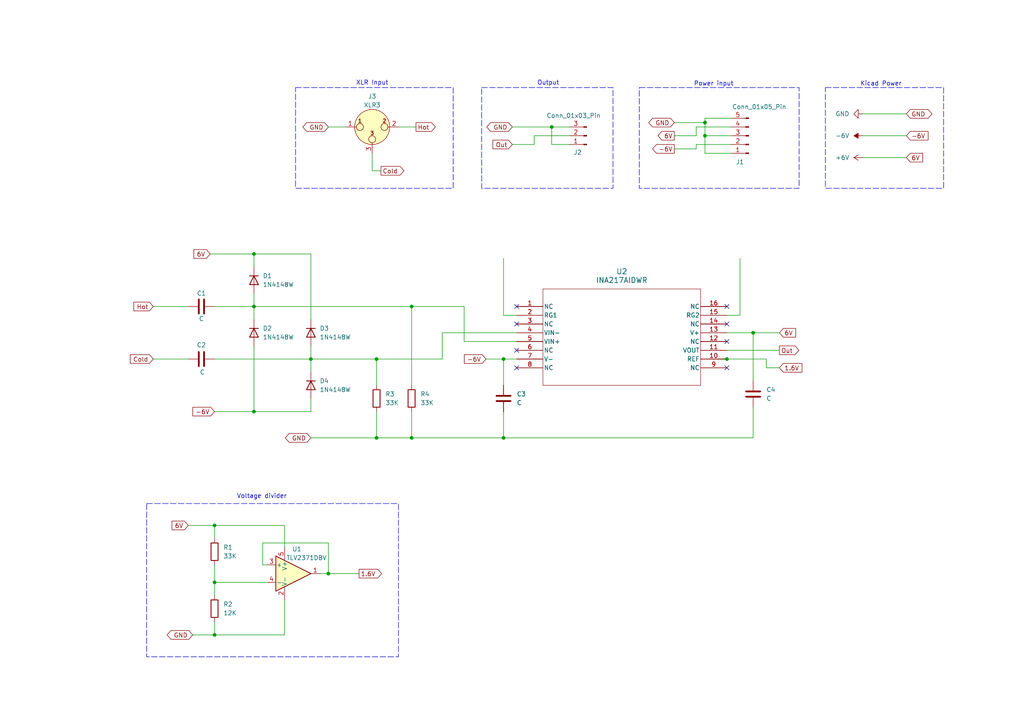
<source format=kicad_sch>
(kicad_sch (version 20250114) (generator "eeschema") (generator_version "9.0")
  (paper "A4")
  (title_block (title "Mic PreAmp") (date "2025-05-07") (rev "0.1") (company "Sounds Like Tim"))
  (lib_symbols
    (symbol "Amplifier_Operational:TLV2371DBV" (pin_names (offset 0.127))
      (property "Reference" "U" (at -1.27 6.35 0))
      (property "Value" "TLV2371DBV" (at -1.27 3.81 0))
      (symbol "TLV2371DBV_0_1"
        (polyline (pts (xy -5.08 5.08) (xy 5.08 0) (xy -5.08 -5.08) (xy -5.08 5.08)) (stroke (width 0.254)) (fill (type background)))
        (pin power_in line (at -2.54 7.62 270) (length 3.81) (name "V+") (number "5"))
        (pin power_in line (at -2.54 -7.62 90) (length 3.81) (name "V-") (number "2"))
      )
      (symbol "TLV2371DBV_1_1"
        (pin input line (at -7.62 2.54 0) (length 2.54) (name "+") (number "3"))
        (pin input line (at -7.62 -2.54 0) (length 2.54) (name "-") (number "4"))
        (pin output line (at 7.62 0 180) (length 2.54) (name "~") (number "1"))
      )
    )
    (symbol "Connector:Conn_01x03_Pin" (pin_names (offset 1.016) (hide yes))
      (property "Reference" "J" (at 0 5.08 0))
      (property "Value" "Conn_01x03_Pin" (at 0 -5.08 0))
      (symbol "Conn_01x03_Pin_1_1"
        (rectangle (start 0.8636 2.667) (end 0 2.413) (stroke (width 0.1524)) (fill (type outline)))
        (rectangle (start 0.8636 0.127) (end 0 -0.127) (stroke (width 0.1524)) (fill (type outline)))
        (rectangle (start 0.8636 -2.413) (end 0 -2.667) (stroke (width 0.1524)) (fill (type outline)))
        (polyline (pts (xy 1.27 2.54) (xy 0.8636 2.54)) (stroke (width 0.1524)))
        (polyline (pts (xy 1.27 0) (xy 0.8636 0)) (stroke (width 0.1524)))
        (polyline (pts (xy 1.27 -2.54) (xy 0.8636 -2.54)) (stroke (width 0.1524)))
        (pin passive line (at 5.08 2.54 180) (length 3.81) (name "Pin_1") (number "1"))
        (pin passive line (at 5.08 0 180) (length 3.81) (name "Pin_2") (number "2"))
        (pin passive line (at 5.08 -2.54 180) (length 3.81) (name "Pin_3") (number "3"))
      )
    )
    (symbol "Connector:Conn_01x05_Pin" (pin_names (offset 1.016) (hide yes))
      (property "Reference" "J" (at 0 7.62 0))
      (property "Value" "Conn_01x05_Pin" (at 0 -7.62 0))
      (symbol "Conn_01x05_Pin_1_1"
        (rectangle (start 0.8636 5.207) (end 0 4.953) (stroke (width 0.1524)) (fill (type outline)))
        (rectangle (start 0.8636 2.667) (end 0 2.413) (stroke (width 0.1524)) (fill (type outline)))
        (rectangle (start 0.8636 0.127) (end 0 -0.127) (stroke (width 0.1524)) (fill (type outline)))
        (rectangle (start 0.8636 -2.413) (end 0 -2.667) (stroke (width 0.1524)) (fill (type outline)))
        (rectangle (start 0.8636 -4.953) (end 0 -5.207) (stroke (width 0.1524)) (fill (type outline)))
        (polyline (pts (xy 1.27 5.08) (xy 0.8636 5.08)) (stroke (width 0.1524)))
        (polyline (pts (xy 1.27 2.54) (xy 0.8636 2.54)) (stroke (width 0.1524)))
        (polyline (pts (xy 1.27 0) (xy 0.8636 0)) (stroke (width 0.1524)))
        (polyline (pts (xy 1.27 -2.54) (xy 0.8636 -2.54)) (stroke (width 0.1524)))
        (polyline (pts (xy 1.27 -5.08) (xy 0.8636 -5.08)) (stroke (width 0.1524)))
        (pin passive line (at 5.08 5.08 180) (length 3.81) (name "Pin_1") (number "1"))
        (pin passive line (at 5.08 2.54 180) (length 3.81) (name "Pin_2") (number "2"))
        (pin passive line (at 5.08 0 180) (length 3.81) (name "Pin_3") (number "3"))
        (pin passive line (at 5.08 -2.54 180) (length 3.81) (name "Pin_4") (number "4"))
        (pin passive line (at 5.08 -5.08 180) (length 3.81) (name "Pin_5") (number "5"))
      )
    )
    (symbol "Connector_Audio:XLR3" (pin_names (hide yes))
      (property "Reference" "J" (at 0 8.89 0))
      (property "Value" "XLR3" (at 0 6.35 0))
      (symbol "XLR3_0_1"
        (polyline (pts (xy -5.08 0) (xy -4.572 0)))
        (circle (center -3.556 0) (radius 1.016))
        (circle (center 0 0) (radius 5.08) (fill (type background)))
        (circle (center 0 -3.556) (radius 1.016))
        (polyline (pts (xy 0 -5.08) (xy 0 -4.572)))
        (circle (center 3.556 0) (radius 1.016))
        (polyline (pts (xy 5.08 0) (xy 4.572 0)))
        (text "1" (at -3.556 1.778 0) (effects (font (size 1.016 1.016) (bold yes))))
        (text "3" (at 0 -1.778 0) (effects (font (size 1.016 1.016) (bold yes))))
        (text "2" (at 3.556 1.778 0) (effects (font (size 1.016 1.016) (bold yes))))
        (pin passive line (at -7.62 0 0) (length 2.54) (name "~") (number "1"))
        (pin passive line (at 0 -7.62 90) (length 2.54) (name "~") (number "3"))
        (pin passive line (at 7.62 0 180) (length 2.54) (name "~") (number "2"))
      )
    )
    (symbol "Device:C" (pin_numbers (hide yes)) (pin_names (offset 0.254))
      (property "Reference" "C" (at 0.635 2.54 0))
      (property "Value" "C" (at 0.635 -2.54 0))
      (symbol "C_0_1"
        (polyline (pts (xy -2.032 0.762) (xy 2.032 0.762)) (stroke (width 0.508)))
        (polyline (pts (xy -2.032 -0.762) (xy 2.032 -0.762)) (stroke (width 0.508)))
      )
      (symbol "C_1_1"
        (pin passive line (at 0 3.81 270) (length 2.794) (name "~") (number "1"))
        (pin passive line (at 0 -3.81 90) (length 2.794) (name "~") (number "2"))
      )
    )
    (symbol "Device:R" (pin_numbers (hide yes)) (pin_names (offset 0))
      (property "Reference" "R" (at 2.032 0 90))
      (property "Value" "R" (at 0 0 90))
      (symbol "R_0_1"
        (rectangle (start -1.016 -2.54) (end 1.016 2.54) (stroke (width 0.254)))
      )
      (symbol "R_1_1"
        (pin passive line (at 0 3.81 270) (length 1.27) (name "~") (number "1"))
        (pin passive line (at 0 -3.81 90) (length 1.27) (name "~") (number "2"))
      )
    )
    (symbol "Diode:1N4148W" (pin_numbers (hide yes)) (pin_names (hide yes))
      (property "Reference" "D" (at 0 2.54 0))
      (property "Value" "1N4148W" (at 0 -2.54 0))
      (symbol "1N4148W_0_1"
        (polyline (pts (xy -1.27 1.27) (xy -1.27 -1.27)) (stroke (width 0.254)))
        (polyline (pts (xy 1.27 1.27) (xy 1.27 -1.27) (xy -1.27 0) (xy 1.27 1.27)) (stroke (width 0.254)))
        (polyline (pts (xy 1.27 0) (xy -1.27 0)))
      )
      (symbol "1N4148W_1_1"
        (pin passive line (at -3.81 0 0) (length 2.54) (name "K") (number "1"))
        (pin passive line (at 3.81 0 180) (length 2.54) (name "A") (number "2"))
      )
    )
    (symbol "INA217:INA217AIDWR" (pin_names (offset 0.254))
      (property "Reference" "U" (at 30.48 10.16 0))
      (property "Value" "INA217AIDWR" (at 30.48 7.62 0))
      (symbol "INA217AIDWR_0_1"
        (polyline (pts (xy 7.62 5.08) (xy 7.62 -22.86)) (stroke (width 0.127)))
        (polyline (pts (xy 7.62 -22.86) (xy 53.34 -22.86)) (stroke (width 0.127)))
        (polyline (pts (xy 53.34 5.08) (xy 7.62 5.08)) (stroke (width 0.127)))
        (polyline (pts (xy 53.34 -22.86) (xy 53.34 5.08)) (stroke (width 0.127)))
        (pin unspecified line (at 0 0 0) (length 7.62) (name "NC") (number "1"))
        (pin unspecified line (at 0 -2.54 0) (length 7.62) (name "RG1") (number "2"))
        (pin unspecified line (at 0 -5.08 0) (length 7.62) (name "NC") (number "3"))
        (pin input line (at 0 -7.62 0) (length 7.62) (name "VIN-") (number "4"))
        (pin input line (at 0 -10.16 0) (length 7.62) (name "VIN+") (number "5"))
        (pin unspecified line (at 0 -12.7 0) (length 7.62) (name "NC") (number "6"))
        (pin power_in line (at 0 -15.24 0) (length 7.62) (name "V-") (number "7"))
        (pin unspecified line (at 0 -17.78 0) (length 7.62) (name "NC") (number "8"))
        (pin unspecified line (at 60.96 0 180) (length 7.62) (name "NC") (number "16"))
        (pin unspecified line (at 60.96 -2.54 180) (length 7.62) (name "RG2") (number "15"))
        (pin unspecified line (at 60.96 -5.08 180) (length 7.62) (name "NC") (number "14"))
        (pin power_in line (at 60.96 -7.62 180) (length 7.62) (name "V+") (number "13"))
        (pin unspecified line (at 60.96 -10.16 180) (length 7.62) (name "NC") (number "12"))
        (pin output line (at 60.96 -12.7 180) (length 7.62) (name "VOUT") (number "11"))
        (pin power_in line (at 60.96 -15.24 180) (length 7.62) (name "REF") (number "10"))
        (pin unspecified line (at 60.96 -17.78 180) (length 7.62) (name "NC") (number "9"))
      )
    )
    (symbol "power:+6V" (power) (pin_numbers (hide yes)) (pin_names (offset 0) (hide yes))
      (property "Value" "+6V" (at 0 3.556 0))
      (symbol "+6V_0_1"
        (polyline (pts (xy -0.762 1.27) (xy 0 2.54)))
        (polyline (pts (xy 0 2.54) (xy 0.762 1.27)))
        (polyline (pts (xy 0 0) (xy 0 2.54)))
      )
      (symbol "+6V_1_1"
        (pin power_in line (at 0 0 90) (length 0) (name "~") (number "1"))
      )
    )
    (symbol "power:-6V" (power) (pin_numbers (hide yes)) (pin_names (offset 0) (hide yes))
      (property "Value" "-6V" (at 0 3.556 0))
      (symbol "-6V_0_0"
        (pin power_in line (at 0 0 90) (length 0) (name "~") (number "1"))
      )
      (symbol "-6V_0_1"
        (polyline (pts (xy 0 0) (xy 0 1.27) (xy 0.762 1.27) (xy 0 2.54) (xy -0.762 1.27) (xy 0 1.27)) (fill (type outline)))
      )
    )
    (symbol "power:GND" (power) (pin_numbers (hide yes)) (pin_names (offset 0) (hide yes))
      (property "Value" "GND" (at 0 -3.81 0))
      (symbol "GND_0_1"
        (polyline (pts (xy 0 0) (xy 0 -1.27) (xy 1.27 -1.27) (xy 0 -2.54) (xy -1.27 -1.27) (xy 0 -1.27)))
      )
      (symbol "GND_1_1"
        (pin power_in line (at 0 0 270) (length 0) (name "~") (number "1"))
      )
    )
  )
  (rectangle (start 42.545 146.05) (end 115.57 190.5) (stroke (width 0) (type dash)))
  (rectangle (start 239.395 25.4) (end 273.685 54.61) (stroke (width 0) (type dash)))
  (rectangle (start 139.7 25.4) (end 177.8 54.61) (stroke (width 0) (type dash)))
  (rectangle (start 185.42 25.4) (end 231.775 54.61) (stroke (width 0) (type dash)))
  (rectangle (start 85.725 25.4) (end 131.445 54.61) (stroke (width 0) (type dash)))
  (text "XLR Input\n" (at 107.95 24.13 0) (effects (font (size 1.27 1.27))))
  (text "Voltage divider" (at 75.946 144.018 0) (effects (font (size 1.27 1.27))))
  (text "Kicad Power" (at 255.524 24.384 0) (effects (font (size 1.27 1.27))))
  (text "Power input" (at 207.01 24.384 0) (effects (font (size 1.27 1.27))))
  (text "Output" (at 159.004 24.13 0) (effects (font (size 1.27 1.27))))
  (junction (at 119.38 127))
  (junction (at 109.22 127))
  (junction (at 73.66 88.9))
  (junction (at 62.23 152.4))
  (junction (at 73.66 119.38))
  (junction (at 95.25 166.37))
  (junction (at 204.47 35.56))
  (junction (at 146.05 127))
  (junction (at 90.17 104.14))
  (junction (at 73.66 73.66))
  (junction (at 109.22 104.14))
  (junction (at 210.82 104.14))
  (junction (at 119.38 88.9))
  (junction (at 62.23 168.91))
  (junction (at 204.47 39.37))
  (junction (at 160.02 36.83))
  (junction (at 218.44 96.52))
  (junction (at 62.23 184.15))
  (junction (at 146.05 104.14))
  (no_connect (at 210.82 106.68))
  (no_connect (at 210.82 99.06))
  (no_connect (at 149.86 101.6))
  (no_connect (at 149.86 93.98))
  (no_connect (at 149.86 106.68))
  (no_connect (at 149.86 88.9))
  (no_connect (at 210.82 88.9))
  (no_connect (at 210.82 93.98))
  (wire (pts (xy 146.05 91.44) (xy 146.05 74.93)))
  (wire (pts (xy 201.93 43.18) (xy 195.58 43.18)))
  (wire (pts (xy 212.09 39.37) (xy 204.47 39.37)))
  (wire (pts (xy 76.2 163.83) (xy 76.2 157.48)))
  (wire (pts (xy 148.59 41.91) (xy 154.94 41.91)))
  (wire (pts (xy 90.17 119.38) (xy 90.17 115.57)))
  (wire (pts (xy 44.45 88.9) (xy 54.61 88.9)))
  (wire (pts (xy 212.09 36.83) (xy 201.93 36.83)))
  (wire (pts (xy 140.97 104.14) (xy 146.05 104.14)))
  (wire (pts (xy 218.44 96.52) (xy 218.44 110.49)))
  (wire (pts (xy 250.19 39.37) (xy 262.89 39.37)))
  (wire (pts (xy 146.05 119.38) (xy 146.05 127)))
  (wire (pts (xy 119.38 119.38) (xy 119.38 127)))
  (wire (pts (xy 212.09 44.45) (xy 204.47 44.45)))
  (wire (pts (xy 109.22 104.14) (xy 109.22 111.76)))
  (wire (pts (xy 134.62 99.06) (xy 149.86 99.06)))
  (wire (pts (xy 149.86 91.44) (xy 146.05 91.44)))
  (wire (pts (xy 62.23 119.38) (xy 73.66 119.38)))
  (wire (pts (xy 73.66 88.9) (xy 119.38 88.9)))
  (wire (pts (xy 60.96 73.66) (xy 73.66 73.66)))
  (wire (pts (xy 82.55 152.4) (xy 82.55 158.75)))
  (wire (pts (xy 149.86 96.52) (xy 128.27 96.52)))
  (wire (pts (xy 250.19 33.02) (xy 262.89 33.02)))
  (wire (pts (xy 160.02 36.83) (xy 165.1 36.83)))
  (wire (pts (xy 95.25 36.83) (xy 100.33 36.83)))
  (wire (pts (xy 195.58 35.56) (xy 204.47 35.56)))
  (wire (pts (xy 119.38 127) (xy 146.05 127)))
  (wire (pts (xy 165.1 41.91) (xy 160.02 41.91)))
  (wire (pts (xy 201.93 36.83) (xy 201.93 39.37)))
  (wire (pts (xy 62.23 88.9) (xy 73.66 88.9)))
  (wire (pts (xy 119.38 88.9) (xy 119.38 111.76)))
  (wire (pts (xy 62.23 168.91) (xy 77.47 168.91)))
  (wire (pts (xy 54.61 152.4) (xy 62.23 152.4)))
  (wire (pts (xy 73.66 77.47) (xy 73.66 73.66)))
  (wire (pts (xy 154.94 41.91) (xy 154.94 39.37)))
  (wire (pts (xy 204.47 35.56) (xy 204.47 39.37)))
  (wire (pts (xy 107.95 44.45) (xy 107.95 49.53)))
  (wire (pts (xy 154.94 39.37) (xy 165.1 39.37)))
  (wire (pts (xy 214.63 74.93) (xy 214.63 91.44)))
  (wire (pts (xy 90.17 107.95) (xy 90.17 104.14)))
  (wire (pts (xy 119.38 127) (xy 109.22 127)))
  (wire (pts (xy 210.82 91.44) (xy 214.63 91.44)))
  (wire (pts (xy 160.02 36.83) (xy 148.59 36.83)))
  (wire (pts (xy 218.44 96.52) (xy 226.06 96.52)))
  (wire (pts (xy 77.47 163.83) (xy 76.2 163.83)))
  (wire (pts (xy 204.47 39.37) (xy 204.47 44.45)))
  (wire (pts (xy 222.25 106.68) (xy 222.25 104.14)))
  (wire (pts (xy 160.02 41.91) (xy 160.02 36.83)))
  (wire (pts (xy 62.23 152.4) (xy 82.55 152.4)))
  (wire (pts (xy 222.25 106.68) (xy 226.06 106.68)))
  (wire (pts (xy 109.22 127) (xy 90.17 127)))
  (wire (pts (xy 73.66 85.09) (xy 73.66 88.9)))
  (wire (pts (xy 146.05 127) (xy 218.44 127)))
  (wire (pts (xy 208.28 104.14) (xy 210.82 104.14)))
  (wire (pts (xy 62.23 104.14) (xy 90.17 104.14)))
  (wire (pts (xy 62.23 163.83) (xy 62.23 168.91)))
  (wire (pts (xy 204.47 34.29) (xy 212.09 34.29)))
  (wire (pts (xy 82.55 184.15) (xy 82.55 173.99)))
  (wire (pts (xy 107.95 49.53) (xy 110.49 49.53)))
  (wire (pts (xy 210.82 96.52) (xy 218.44 96.52)))
  (wire (pts (xy 128.27 96.52) (xy 128.27 104.14)))
  (wire (pts (xy 90.17 73.66) (xy 90.17 92.71)))
  (wire (pts (xy 73.66 100.33) (xy 73.66 119.38)))
  (wire (pts (xy 73.66 92.71) (xy 73.66 88.9)))
  (wire (pts (xy 55.88 184.15) (xy 62.23 184.15)))
  (wire (pts (xy 62.23 184.15) (xy 82.55 184.15)))
  (wire (pts (xy 62.23 168.91) (xy 62.23 172.72)))
  (wire (pts (xy 90.17 100.33) (xy 90.17 104.14)))
  (wire (pts (xy 76.2 157.48) (xy 95.25 157.48)))
  (wire (pts (xy 62.23 180.34) (xy 62.23 184.15)))
  (wire (pts (xy 250.19 45.72) (xy 262.89 45.72)))
  (wire (pts (xy 95.25 166.37) (xy 104.14 166.37)))
  (wire (pts (xy 218.44 118.11) (xy 218.44 127)))
  (wire (pts (xy 115.57 36.83) (xy 120.65 36.83)))
  (wire (pts (xy 62.23 156.21) (xy 62.23 152.4)))
  (wire (pts (xy 146.05 104.14) (xy 149.86 104.14)))
  (wire (pts (xy 195.58 39.37) (xy 201.93 39.37)))
  (wire (pts (xy 146.05 104.14) (xy 146.05 111.76)))
  (wire (pts (xy 119.38 88.9) (xy 134.62 88.9)))
  (wire (pts (xy 92.71 166.37) (xy 95.25 166.37)))
  (wire (pts (xy 73.66 119.38) (xy 90.17 119.38)))
  (wire (pts (xy 73.66 73.66) (xy 90.17 73.66)))
  (wire (pts (xy 128.27 104.14) (xy 109.22 104.14)))
  (wire (pts (xy 90.17 104.14) (xy 109.22 104.14)))
  (wire (pts (xy 134.62 88.9) (xy 134.62 99.06)))
  (wire (pts (xy 95.25 157.48) (xy 95.25 166.37)))
  (wire (pts (xy 210.82 101.6) (xy 226.06 101.6)))
  (wire (pts (xy 201.93 41.91) (xy 201.93 43.18)))
  (wire (pts (xy 109.22 119.38) (xy 109.22 127)))
  (wire (pts (xy 44.45 104.14) (xy 54.61 104.14)))
  (wire (pts (xy 212.09 41.91) (xy 201.93 41.91)))
  (wire (pts (xy 222.25 104.14) (xy 210.82 104.14)))
  (wire (pts (xy 204.47 35.56) (xy 204.47 34.29)))
  (global_label "GND" (shape bidirectional) (at 148.59 36.83 180) (property "Intersheetrefs" "${INTERSHEET_REFS}" (effects (hide yes))))
  (global_label "Out" (shape output) (at 226.06 101.6 0) (property "Intersheetrefs" "${INTERSHEET_REFS}" (effects (hide yes))))
  (global_label "1.6V" (shape input) (at 226.06 106.68 0) (property "Intersheetrefs" "${INTERSHEET_REFS}" (effects (hide yes))))
  (global_label "Cold" (shape output) (at 110.49 49.53 0) (property "Intersheetrefs" "${INTERSHEET_REFS}" (effects (hide yes))))
  (global_label "-6V" (shape input) (at 62.23 119.38 180) (property "Intersheetrefs" "${INTERSHEET_REFS}" (effects (hide yes))))
  (global_label "6V" (shape input) (at 262.89 45.72 0) (property "Intersheetrefs" "${INTERSHEET_REFS}" (effects (hide yes))))
  (global_label "6V" (shape output) (at 195.58 39.37 180) (property "Intersheetrefs" "${INTERSHEET_REFS}" (effects (hide yes))))
  (global_label "Hot" (shape input) (at 44.45 88.9 180) (property "Intersheetrefs" "${INTERSHEET_REFS}" (effects (hide yes))))
  (global_label "Hot" (shape output) (at 120.65 36.83 0) (property "Intersheetrefs" "${INTERSHEET_REFS}" (effects (hide yes))))
  (global_label "GND" (shape bidirectional) (at 95.25 36.83 180) (property "Intersheetrefs" "${INTERSHEET_REFS}" (effects (hide yes))))
  (global_label "Out" (shape input) (at 148.59 41.91 180) (property "Intersheetrefs" "${INTERSHEET_REFS}" (effects (hide yes))))
  (global_label "Cold" (shape input) (at 44.45 104.14 180) (property "Intersheetrefs" "${INTERSHEET_REFS}" (effects (hide yes))))
  (global_label "-6V" (shape output) (at 195.58 43.18 180) (property "Intersheetrefs" "${INTERSHEET_REFS}" (effects (hide yes))))
  (global_label "1.6V" (shape output) (at 104.14 166.37 0) (property "Intersheetrefs" "${INTERSHEET_REFS}" (effects (hide yes))))
  (global_label "6V" (shape input) (at 54.61 152.4 180) (property "Intersheetrefs" "${INTERSHEET_REFS}" (effects (hide yes))))
  (global_label "6V" (shape input) (at 60.96 73.66 180) (property "Intersheetrefs" "${INTERSHEET_REFS}" (effects (hide yes))))
  (global_label "-6V" (shape input) (at 140.97 104.14 180) (property "Intersheetrefs" "${INTERSHEET_REFS}" (effects (hide yes))))
  (global_label "6V" (shape input) (at 226.06 96.52 0) (property "Intersheetrefs" "${INTERSHEET_REFS}" (effects (hide yes))))
  (global_label "-6V" (shape input) (at 262.89 39.37 0) (property "Intersheetrefs" "${INTERSHEET_REFS}" (effects (hide yes))))
  (global_label "GND" (shape bidirectional) (at 55.88 184.15 180) (property "Intersheetrefs" "${INTERSHEET_REFS}" (effects (hide yes))))
  (global_label "GND" (shape bidirectional) (at 90.17 127 180) (property "Intersheetrefs" "${INTERSHEET_REFS}" (effects (hide yes))))
  (global_label "GND" (shape bidirectional) (at 262.89 33.02 0) (property "Intersheetrefs" "${INTERSHEET_REFS}" (effects (hide yes))))
  (global_label "GND" (shape bidirectional) (at 195.58 35.56 180) (property "Intersheetrefs" "${INTERSHEET_REFS}" (effects (hide yes))))
  (symbol (lib_id "Device:R") (at 62.23 160.02 0) (unit 1)
    (property "Reference" "R1" (at 64.77 158.7499 0) (effects (justify left)))
    (property "Value" "33K" (at 64.77 161.2899 0) (effects (justify left)))
    (property "Description" "Resistor" (effects (hide yes)))
  )
  (symbol (lib_id "Device:R") (at 119.38 115.57 0) (unit 1)
    (property "Reference" "R4" (at 121.92 114.2999 0) (effects (justify left)))
    (property "Value" "33K" (at 121.92 116.8399 0) (effects (justify left)))
    (property "Description" "Resistor" (effects (hide yes)))
  )
  (symbol (lib_id "Connector:Conn_01x03_Pin") (at 170.18 39.37 180) (unit 1)
    (property "Reference" "J2" (at 166.37 44.196 0) (effects (justify right)))
    (property "Value" "Conn_01x03_Pin" (at 158.496 33.528 0) (effects (justify right)))
    (property "Description" "Generic connector, single row, 01x03, script generated" (effects (hide yes)))
  )
  (symbol (lib_id "Device:C") (at 146.05 115.57 0) (unit 1)
    (property "Reference" "C3" (at 149.86 114.2999 0) (effects (justify left)))
    (property "Value" "C" (at 149.86 116.8399 0) (effects (justify left)))
    (property "Description" "Unpolarized capacitor" (effects (hide yes)))
  )
  (symbol (lib_id "Device:C") (at 218.44 114.3 0) (unit 1)
    (property "Reference" "C4" (at 222.25 113.0299 0) (effects (justify left)))
    (property "Value" "C" (at 222.25 115.5699 0) (effects (justify left)))
    (property "Description" "Unpolarized capacitor" (effects (hide yes)))
  )
  (symbol (lib_id "Diode:1N4148W") (at 73.66 81.28 270) (unit 1)
    (property "Reference" "D1" (at 76.2 80.0099 90) (effects (justify left)))
    (property "Value" "1N4148W" (at 76.2 82.5499 90) (effects (justify left)))
    (property "Footprint" "Diode_THT:D_DO-35_SOD27_P7.62mm_Horizontal" (effects (hide yes)))
    (property "Datasheet" "https://www.vishay.com/docs/85748/1n4148w.pdf" (effects (hide yes)))
    (property "Description" "75V 0.15A Fast Switching Diode, SOD-123" (effects (hide yes)))
    (property "Sim.Device" "D" (effects (hide yes)))
    (property "Sim.Pins" "1=K 2=A" (effects (hide yes)))
  )
  (symbol (lib_id "Diode:1N4148W") (at 73.66 96.52 270) (unit 1)
    (property "Reference" "D2" (at 76.2 95.2499 90) (effects (justify left)))
    (property "Value" "1N4148W" (at 76.2 97.7899 90) (effects (justify left)))
    (property "Footprint" "Diode_THT:D_DO-35_SOD27_P7.62mm_Horizontal" (effects (hide yes)))
    (property "Datasheet" "https://www.vishay.com/docs/85748/1n4148w.pdf" (effects (hide yes)))
    (property "Description" "75V 0.15A Fast Switching Diode, SOD-123" (effects (hide yes)))
    (property "Sim.Device" "D" (effects (hide yes)))
    (property "Sim.Pins" "1=K 2=A" (effects (hide yes)))
  )
  (symbol (lib_id "Device:R") (at 62.23 176.53 0) (unit 1)
    (property "Reference" "R2" (at 64.77 175.2599 0) (effects (justify left)))
    (property "Value" "12K" (at 64.77 177.7999 0) (effects (justify left)))
    (property "Description" "Resistor" (effects (hide yes)))
  )
  (symbol (lib_id "INA217:INA217AIDWR") (at 149.86 88.9 0) (unit 1)
    (property "Reference" "U2" (at 180.34 78.74 0) (effects (font (size 1.524 1.524))))
    (property "Value" "INA217AIDWR" (at 180.34 81.28 0) (effects (font (size 1.524 1.524))))
    (property "Footprint" "INA217:DW16" (effects (hide yes)))
    (property "Datasheet" "INA217AIDWR" (effects (hide yes)))
  )
  (symbol (lib_id "Amplifier_Operational:TLV2371DBV") (at 85.09 166.37 0) (unit 1)
    (property "Reference" "U1" (at 86.106 159.258 0))
    (property "Value" "TLV2371DBV" (at 88.9 161.798 0))
    (property "Footprint" "Package_TO_SOT_SMD:SOT-23-5" (effects (hide yes)))
    (property "Datasheet" "http://www.ti.com/lit/ds/symlink/tlv2375.pdf" (effects (hide yes)))
    (property "Description" "Rail-to-Rail Input/Output Operational Amplifier, SOT-23-5" (effects (hide yes)))
  )
  (symbol (lib_id "Device:C") (at 58.42 104.14 90) (unit 1)
    (property "Reference" "C2" (at 58.42 100.076 90))
    (property "Value" "C" (at 58.674 107.95 90))
    (property "Description" "Unpolarized capacitor" (effects (hide yes)))
  )
  (symbol (lib_id "Connector_Audio:XLR3") (at 107.95 36.83 0) (unit 1)
    (property "Reference" "J3" (at 107.95 27.94 0))
    (property "Value" "XLR3" (at 107.95 30.48 0))
    (property "Footprint" "Connector_Audio:Jack_XLR_Neutrik_NC3FAAV-0_Vertical" (effects (hide yes)))
    (property "Description" "XLR Connector, Male or Female, 3 Pins" (effects (hide yes)))
  )
  (symbol (lib_id "Diode:1N4148W") (at 90.17 111.76 270) (unit 1)
    (property "Reference" "D4" (at 92.71 110.4899 90) (effects (justify left)))
    (property "Value" "1N4148W" (at 92.71 113.0299 90) (effects (justify left)))
    (property "Footprint" "Diode_THT:D_DO-35_SOD27_P7.62mm_Horizontal" (effects (hide yes)))
    (property "Datasheet" "https://www.vishay.com/docs/85748/1n4148w.pdf" (effects (hide yes)))
    (property "Description" "75V 0.15A Fast Switching Diode, SOD-123" (effects (hide yes)))
    (property "Sim.Device" "D" (effects (hide yes)))
    (property "Sim.Pins" "1=K 2=A" (effects (hide yes)))
  )
  (symbol (lib_id "power:GND") (at 250.19 33.02 270) (unit 1)
    (property "Reference" "#PWR03" (effects (hide yes)))
    (property "Value" "GND" (at 246.38 33.0199 90) (effects (justify right)))
    (property "Description" "Power symbol creates a global label with name \"GND\" , ground" (effects (hide yes)))
  )
  (symbol (lib_id "power:+6V") (at 250.19 45.72 90) (unit 1)
    (property "Reference" "#PWR02" (effects (hide yes)))
    (property "Value" "+6V" (at 246.38 45.7199 90) (effects (justify left)))
    (property "Description" "Power symbol creates a global label with name \"+6V\"" (effects (hide yes)))
  )
  (symbol (lib_id "Device:R") (at 109.22 115.57 0) (unit 1)
    (property "Reference" "R3" (at 111.76 114.2999 0) (effects (justify left)))
    (property "Value" "33K" (at 111.76 116.8399 0) (effects (justify left)))
    (property "Description" "Resistor" (effects (hide yes)))
  )
  (symbol (lib_id "Diode:1N4148W") (at 90.17 96.52 270) (unit 1)
    (property "Reference" "D3" (at 92.71 95.2499 90) (effects (justify left)))
    (property "Value" "1N4148W" (at 92.71 97.7899 90) (effects (justify left)))
    (property "Footprint" "Diode_THT:D_DO-35_SOD27_P7.62mm_Horizontal" (effects (hide yes)))
    (property "Datasheet" "https://www.vishay.com/docs/85748/1n4148w.pdf" (effects (hide yes)))
    (property "Description" "75V 0.15A Fast Switching Diode, SOD-123" (effects (hide yes)))
    (property "Sim.Device" "D" (effects (hide yes)))
    (property "Sim.Pins" "1=K 2=A" (effects (hide yes)))
  )
  (symbol (lib_id "Connector:Conn_01x05_Pin") (at 217.17 39.37 180) (unit 1)
    (property "Reference" "J1" (at 214.63 46.99 0))
    (property "Value" "Conn_01x05_Pin" (at 220.218 30.988 0))
    (property "Footprint" "Connector_PinSocket_2.54mm:PinSocket_1x05_P2.54mm_Vertical" (effects (hide yes)))
    (property "Description" "Generic connector, single row, 01x05, script generated" (effects (hide yes)))
  )
  (symbol (lib_id "power:-6V") (at 250.19 39.37 90) (unit 1)
    (property "Reference" "#PWR01" (effects (hide yes)))
    (property "Value" "-6V" (at 246.38 39.3699 90) (effects (justify left)))
    (property "Description" "Power symbol creates a global label with name \"-6V\"" (effects (hide yes)))
  )
  (symbol (lib_id "Device:C") (at 58.42 88.9 90) (unit 1)
    (property "Reference" "C1" (at 58.42 85.09 90))
    (property "Value" "C" (at 58.42 92.456 90))
    (property "Description" "Unpolarized capacitor" (effects (hide yes)))
  )
)
</source>
